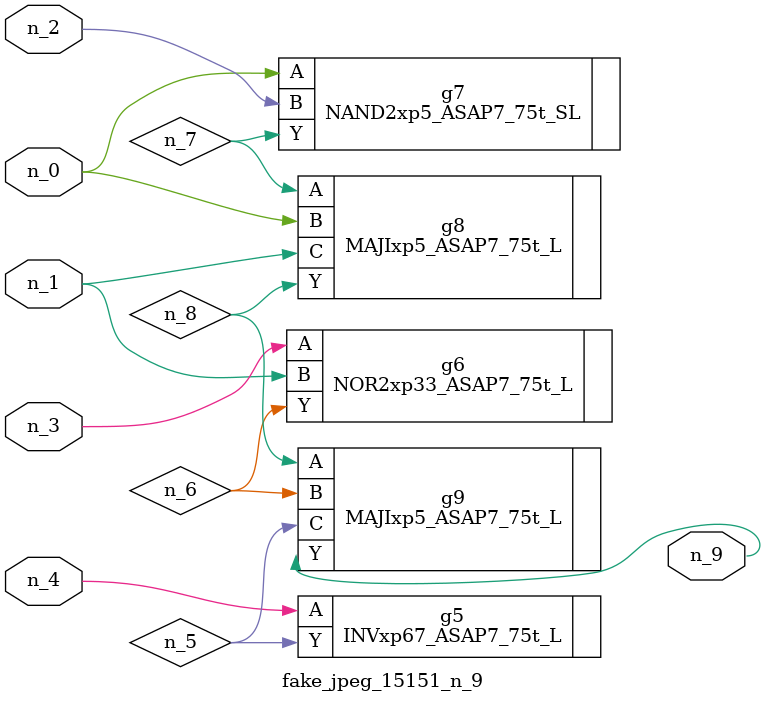
<source format=v>
module fake_jpeg_15151_n_9 (n_3, n_2, n_1, n_0, n_4, n_9);

input n_3;
input n_2;
input n_1;
input n_0;
input n_4;

output n_9;

wire n_8;
wire n_6;
wire n_5;
wire n_7;

INVxp67_ASAP7_75t_L g5 ( 
.A(n_4),
.Y(n_5)
);

NOR2xp33_ASAP7_75t_L g6 ( 
.A(n_3),
.B(n_1),
.Y(n_6)
);

NAND2xp5_ASAP7_75t_SL g7 ( 
.A(n_0),
.B(n_2),
.Y(n_7)
);

MAJIxp5_ASAP7_75t_L g8 ( 
.A(n_7),
.B(n_0),
.C(n_1),
.Y(n_8)
);

MAJIxp5_ASAP7_75t_L g9 ( 
.A(n_8),
.B(n_6),
.C(n_5),
.Y(n_9)
);


endmodule
</source>
